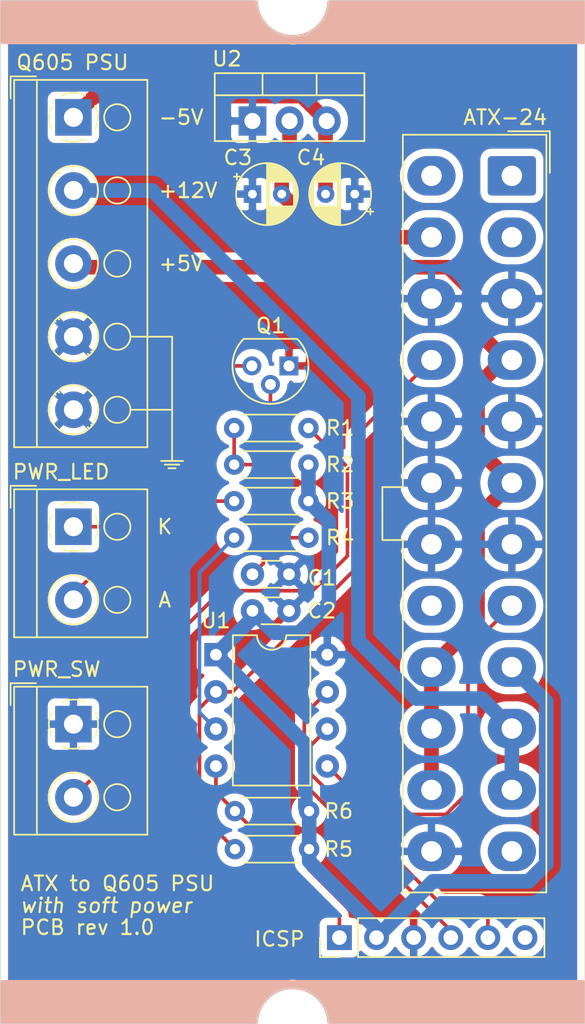
<source format=kicad_pcb>
(kicad_pcb (version 20171130) (host pcbnew "(5.1.6-0-10_14)")
  (layers (0 F.Cu signal) (31 B.Cu signal) (34 B.Paste user) (35 F.Paste user) (36 B.SilkS user) (37 F.SilkS user) (38 B.Mask user) (39 F.Mask user) (44 Edge.Cuts user))
  (net 0 "")
  (net 1 GND)
  (net 2 /PWR_SW)
  (net 3 +5VA)
  (net 4 -12V)
  (net 5 -5V)
  (net 6 "Net-(J1-Pad20)")
  (net 7 /~ATX_PWR_ON~)
  (net 8 +12V)
  (net 9 /ATX_PWR_OK)
  (net 10 +5V)
  (net 11 "Net-(J2-Pad2)")
  (net 12 /LED_A)
  (net 13 /LED_K)
  (net 14 "Net-(J5-Pad6)")
  (net 15 /ICSP_CLK)
  (net 16 /ICSP_DAT)
  (net 17 /~MCLR~)
  (net 18 "Net-(Q1-Pad2)")
  (net 19 /PWR_LED)
  (net 20 "Net-(J1-Pad1)")
  (module Package_TO_SOT_THT:TO-92 (layer F.Cu) (at 139.75 105 180)
    (fp_text reference Q1 (at 1.25 2.75) (layer F.SilkS))
    (fp_text value Q_NPN_EBC)
    (fp_arc (start 1.27 0) (end 1.27 -2.6) (angle 135) (layer F.SilkS) (width 0.12))
    (fp_arc (start 1.27 0) (end 1.27 -2.6) (angle -135) (layer F.SilkS) (width 0.12))
    (fp_line (start -0.53 1.85) (end 3.07 1.85) (layer F.SilkS) (width 0.12))
    (pad 1 thru_hole rect (at 0 0 270) (size 1.3 1.3) (drill 0.75) (layers *.Cu *.Mask) (net 1 GND))
    (pad 3 thru_hole circle (at 2.54 0 270) (size 1.3 1.3) (drill 0.75) (layers *.Cu *.Mask) (net 13 /LED_K))
    (pad 2 thru_hole circle (at 1.27 -1.27 270) (size 1.3 1.3) (drill 0.75) (layers *.Cu *.Mask) (net 18 "Net-(Q1-Pad2)"))
  )
  (module Resistor_THT:R_Axial_DIN0204_L3.6mm_D1.6mm_P5.08mm_Horizontal (layer F.Cu) (at 136 116.75)
    (fp_text reference R4 (at 7.25 0) (layer F.SilkS))
    (fp_text value 10k)
    (fp_line (start 0.62 -0.92) (end 4.46 -0.92) (layer F.SilkS) (width 0.12))
    (fp_line (start 0.62 0.92) (end 4.46 0.92) (layer F.SilkS) (width 0.12))
    (pad 2 thru_hole oval (at 5.08 0) (size 1.4 1.4) (drill 0.7) (layers *.Cu *.Mask) (net 18 "Net-(Q1-Pad2)"))
    (pad 1 thru_hole circle (at 0 0) (size 1.4 1.4) (drill 0.7) (layers *.Cu *.Mask) (net 19 /PWR_LED))
  )
  (module Resistor_THT:R_Axial_DIN0204_L3.6mm_D1.6mm_P5.08mm_Horizontal (layer F.Cu) (at 136 114.25)
    (fp_text reference R3 (at 7.25 0) (layer F.SilkS))
    (fp_text value 0)
    (fp_line (start 0.62 -0.92) (end 4.46 -0.92) (layer F.SilkS) (width 0.12))
    (fp_line (start 0.62 0.92) (end 4.46 0.92) (layer F.SilkS) (width 0.12))
    (pad 2 thru_hole oval (at 5.08 0) (size 1.4 1.4) (drill 0.7) (layers *.Cu *.Mask) (net 3 +5VA))
    (pad 1 thru_hole circle (at 0 0) (size 1.4 1.4) (drill 0.7) (layers *.Cu *.Mask) (net 12 /LED_A))
  )
  (module Resistor_THT:R_Axial_DIN0204_L3.6mm_D1.6mm_P5.08mm_Horizontal (layer F.Cu) (at 136 111.75)
    (fp_text reference R2 (at 7.25 0) (layer F.SilkS))
    (fp_text value 10k)
    (fp_line (start 0.62 -0.92) (end 4.46 -0.92) (layer F.SilkS) (width 0.12))
    (fp_line (start 0.62 0.92) (end 4.46 0.92) (layer F.SilkS) (width 0.12))
    (pad 2 thru_hole oval (at 5.08 0) (size 1.4 1.4) (drill 0.7) (layers *.Cu *.Mask) (net 3 +5VA))
    (pad 1 thru_hole circle (at 0 0) (size 1.4 1.4) (drill 0.7) (layers *.Cu *.Mask) (net 2 /PWR_SW))
  )
  (module Resistor_THT:R_Axial_DIN0204_L3.6mm_D1.6mm_P5.08mm_Horizontal (layer F.Cu) (at 136 109.25)
    (fp_text reference R1 (at 7.25 0) (layer F.SilkS))
    (fp_text value 1k)
    (fp_line (start 0.62 -0.92) (end 4.46 -0.92) (layer F.SilkS) (width 0.12))
    (fp_line (start 0.62 0.92) (end 4.46 0.92) (layer F.SilkS) (width 0.12))
    (pad 2 thru_hole oval (at 5.08 0) (size 1.4 1.4) (drill 0.7) (layers *.Cu *.Mask) (net 11 "Net-(J2-Pad2)"))
    (pad 1 thru_hole circle (at 0 0) (size 1.4 1.4) (drill 0.7) (layers *.Cu *.Mask) (net 2 /PWR_SW))
  )
  (module TerminalBlock_RND:TerminalBlock_RND_205-00004_1x05_P5.00mm_Horizontal (layer F.Cu) (at 125 88 270)
    (fp_text reference J4 hide)
    (fp_text value Screw_Terminal_01x05)
    (fp_circle (center 0 -3) (end 0.9 -3) (layer F.SilkS) (width 0.12))
    (fp_circle (center 5 0) (end 6.68 0) (layer F.SilkS) (width 0.12))
    (fp_circle (center 5 -3) (end 5.9 -3) (layer F.SilkS) (width 0.12))
    (fp_circle (center 10 0) (end 11.68 0) (layer F.SilkS) (width 0.12))
    (fp_circle (center 10 -3) (end 10.9 -3) (layer F.SilkS) (width 0.12))
    (fp_circle (center 15 0) (end 16.68 0) (layer F.SilkS) (width 0.12))
    (fp_circle (center 15 -3) (end 15.9 -3) (layer F.SilkS) (width 0.12))
    (fp_circle (center 20 0) (end 21.68 0) (layer F.SilkS) (width 0.12))
    (fp_circle (center 20 -3) (end 20.9 -3) (layer F.SilkS) (width 0.12))
    (fp_line (start -2.56 2.5) (end 22.56 2.5) (layer F.SilkS) (width 0.12))
    (fp_line (start -2.56 -5.06) (end 22.56 -5.06) (layer F.SilkS) (width 0.12))
    (fp_line (start -2.56 4.06) (end 22.56 4.06) (layer F.SilkS) (width 0.12))
    (fp_line (start -2.56 -5.06) (end -2.56 4.06) (layer F.SilkS) (width 0.12))
    (fp_line (start 22.56 -5.06) (end 22.56 4.06) (layer F.SilkS) (width 0.12))
    (fp_line (start 6.275 -1.069) (end 6.181 -0.976) (layer F.SilkS) (width 0.12))
    (fp_line (start 3.99 1.216) (end 3.931 1.274) (layer F.SilkS) (width 0.12))
    (fp_line (start 6.07 -1.275) (end 6.011 -1.216) (layer F.SilkS) (width 0.12))
    (fp_line (start 3.82 0.976) (end 3.726 1.069) (layer F.SilkS) (width 0.12))
    (fp_line (start 11.275 -1.069) (end 11.181 -0.976) (layer F.SilkS) (width 0.12))
    (fp_line (start 8.99 1.216) (end 8.931 1.274) (layer F.SilkS) (width 0.12))
    (fp_line (start 11.07 -1.275) (end 11.011 -1.216) (layer F.SilkS) (width 0.12))
    (fp_line (start 8.82 0.976) (end 8.726 1.069) (layer F.SilkS) (width 0.12))
    (fp_line (start 16.275 -1.069) (end 16.181 -0.976) (layer F.SilkS) (width 0.12))
    (fp_line (start 13.99 1.216) (end 13.931 1.274) (layer F.SilkS) (width 0.12))
    (fp_line (start 16.07 -1.275) (end 16.011 -1.216) (layer F.SilkS) (width 0.12))
    (fp_line (start 13.82 0.976) (end 13.726 1.069) (layer F.SilkS) (width 0.12))
    (fp_line (start 21.275 -1.069) (end 21.181 -0.976) (layer F.SilkS) (width 0.12))
    (fp_line (start 18.99 1.216) (end 18.931 1.274) (layer F.SilkS) (width 0.12))
    (fp_line (start 21.07 -1.275) (end 21.011 -1.216) (layer F.SilkS) (width 0.12))
    (fp_line (start 18.82 0.976) (end 18.726 1.069) (layer F.SilkS) (width 0.12))
    (fp_line (start -2.8 2.56) (end -2.8 4.3) (layer F.SilkS) (width 0.12))
    (fp_line (start -2.8 4.3) (end -1.3 4.3) (layer F.SilkS) (width 0.12))
    (fp_arc (start 0 0) (end -0.789 1.484) (angle -29) (layer F.SilkS) (width 0.12))
    (fp_arc (start 0 0) (end -1.484 -0.789) (angle -56) (layer F.SilkS) (width 0.12))
    (fp_arc (start 0 0) (end 0.789 -1.484) (angle -56) (layer F.SilkS) (width 0.12))
    (fp_arc (start 0 0) (end 1.484 0.789) (angle -56) (layer F.SilkS) (width 0.12))
    (fp_arc (start 0 0) (end 0 1.68) (angle -28) (layer F.SilkS) (width 0.12))
    (pad 5 thru_hole circle (at 20 0 270) (size 2.5 2.5) (drill 1.3) (layers *.Cu *.Mask) (net 1 GND))
    (pad 4 thru_hole circle (at 15 0 270) (size 2.5 2.5) (drill 1.3) (layers *.Cu *.Mask) (net 1 GND))
    (pad 3 thru_hole circle (at 10 0 270) (size 2.5 2.5) (drill 1.3) (layers *.Cu *.Mask) (net 10 +5V))
    (pad 2 thru_hole circle (at 5 0 270) (size 2.5 2.5) (drill 1.3) (layers *.Cu *.Mask) (net 8 +12V))
    (pad 1 thru_hole rect (at 0 0 270) (size 2.5 2.5) (drill 1.3) (layers *.Cu *.Mask) (net 5 -5V))
  )
  (module TerminalBlock_RND:TerminalBlock_RND_205-00001_1x02_P5.00mm_Horizontal (layer F.Cu) (at 125 129.5 270)
    (fp_text reference J2 hide)
    (fp_text value Screw_Terminal_01x02)
    (fp_circle (center 0 -3) (end 0.9 -3) (layer F.SilkS) (width 0.12))
    (fp_circle (center 5 0) (end 6.68 0) (layer F.SilkS) (width 0.12))
    (fp_circle (center 5 -3) (end 5.9 -3) (layer F.SilkS) (width 0.12))
    (fp_line (start -2.56 2.5) (end 7.56 2.5) (layer F.SilkS) (width 0.12))
    (fp_line (start -2.56 -5.06) (end 7.56 -5.06) (layer F.SilkS) (width 0.12))
    (fp_line (start -2.56 4.06) (end 7.56 4.06) (layer F.SilkS) (width 0.12))
    (fp_line (start -2.56 -5.06) (end -2.56 4.06) (layer F.SilkS) (width 0.12))
    (fp_line (start 7.56 -5.06) (end 7.56 4.06) (layer F.SilkS) (width 0.12))
    (fp_line (start 6.275 -1.069) (end 6.181 -0.976) (layer F.SilkS) (width 0.12))
    (fp_line (start 3.99 1.216) (end 3.931 1.274) (layer F.SilkS) (width 0.12))
    (fp_line (start 6.07 -1.275) (end 6.011 -1.216) (layer F.SilkS) (width 0.12))
    (fp_line (start 3.82 0.976) (end 3.726 1.069) (layer F.SilkS) (width 0.12))
    (fp_line (start -2.8 2.56) (end -2.8 4.3) (layer F.SilkS) (width 0.12))
    (fp_line (start -2.8 4.3) (end -1.3 4.3) (layer F.SilkS) (width 0.12))
    (fp_arc (start 0 0) (end -0.789 1.484) (angle -29) (layer F.SilkS) (width 0.12))
    (fp_arc (start 0 0) (end -1.484 -0.789) (angle -56) (layer F.SilkS) (width 0.12))
    (fp_arc (start 0 0) (end 0.789 -1.484) (angle -56) (layer F.SilkS) (width 0.12))
    (fp_arc (start 0 0) (end 1.484 0.789) (angle -56) (layer F.SilkS) (width 0.12))
    (fp_arc (start 0 0) (end 0 1.68) (angle -28) (layer F.SilkS) (width 0.12))
    (pad 2 thru_hole circle (at 5 0 270) (size 2.5 2.5) (drill 1.3) (layers *.Cu *.Mask) (net 11 "Net-(J2-Pad2)"))
    (pad 1 thru_hole rect (at 0 0 270) (size 2.5 2.5) (drill 1.3) (layers *.Cu *.Mask) (net 1 GND))
  )
  (module TerminalBlock_RND:TerminalBlock_RND_205-00001_1x02_P5.00mm_Horizontal (layer F.Cu) (at 125 116 270)
    (fp_text reference J3 hide)
    (fp_text value Screw_Terminal_01x02)
    (fp_circle (center 0 -3) (end 0.9 -3) (layer F.SilkS) (width 0.12))
    (fp_circle (center 5 0) (end 6.68 0) (layer F.SilkS) (width 0.12))
    (fp_circle (center 5 -3) (end 5.9 -3) (layer F.SilkS) (width 0.12))
    (fp_line (start -2.56 2.5) (end 7.56 2.5) (layer F.SilkS) (width 0.12))
    (fp_line (start -2.56 -5.06) (end 7.56 -5.06) (layer F.SilkS) (width 0.12))
    (fp_line (start -2.56 4.06) (end 7.56 4.06) (layer F.SilkS) (width 0.12))
    (fp_line (start -2.56 -5.06) (end -2.56 4.06) (layer F.SilkS) (width 0.12))
    (fp_line (start 7.56 -5.06) (end 7.56 4.06) (layer F.SilkS) (width 0.12))
    (fp_line (start 6.275 -1.069) (end 6.181 -0.976) (layer F.SilkS) (width 0.12))
    (fp_line (start 3.99 1.216) (end 3.931 1.274) (layer F.SilkS) (width 0.12))
    (fp_line (start 6.07 -1.275) (end 6.011 -1.216) (layer F.SilkS) (width 0.12))
    (fp_line (start 3.82 0.976) (end 3.726 1.069) (layer F.SilkS) (width 0.12))
    (fp_line (start -2.8 2.56) (end -2.8 4.3) (layer F.SilkS) (width 0.12))
    (fp_line (start -2.8 4.3) (end -1.3 4.3) (layer F.SilkS) (width 0.12))
    (fp_arc (start 0 0) (end -0.789 1.484) (angle -29) (layer F.SilkS) (width 0.12))
    (fp_arc (start 0 0) (end -1.484 -0.789) (angle -56) (layer F.SilkS) (width 0.12))
    (fp_arc (start 0 0) (end 0.789 -1.484) (angle -56) (layer F.SilkS) (width 0.12))
    (fp_arc (start 0 0) (end 1.484 0.789) (angle -56) (layer F.SilkS) (width 0.12))
    (fp_arc (start 0 0) (end 0 1.68) (angle -28) (layer F.SilkS) (width 0.12))
    (pad 2 thru_hole circle (at 5 0 270) (size 2.5 2.5) (drill 1.3) (layers *.Cu *.Mask) (net 12 /LED_A))
    (pad 1 thru_hole rect (at 0 0 270) (size 2.5 2.5) (drill 1.3) (layers *.Cu *.Mask) (net 13 /LED_K))
  )
  (module Connector_Molex:Molex_Mini-Fit_Jr_5566-24A_2x12_P4.20mm_Vertical (layer F.Cu) (at 155 92 270)
    (fp_text reference J1 hide)
    (fp_text value ATX-24)
    (fp_line (start 23.1 -2.36) (end -2.81 -2.36) (layer F.SilkS) (width 0.12))
    (fp_line (start -2.81 -2.36) (end -2.81 7.46) (layer F.SilkS) (width 0.12))
    (fp_line (start -2.81 7.46) (end 21.29 7.46) (layer F.SilkS) (width 0.12))
    (fp_line (start 21.29 7.46) (end 21.29 8.86) (layer F.SilkS) (width 0.12))
    (fp_line (start 21.29 8.86) (end 23.1 8.86) (layer F.SilkS) (width 0.12))
    (fp_line (start 23.1 -2.36) (end 49.01 -2.36) (layer F.SilkS) (width 0.12))
    (fp_line (start 49.01 -2.36) (end 49.01 7.46) (layer F.SilkS) (width 0.12))
    (fp_line (start 49.01 7.46) (end 24.91 7.46) (layer F.SilkS) (width 0.12))
    (fp_line (start 24.91 7.46) (end 24.91 8.86) (layer F.SilkS) (width 0.12))
    (fp_line (start 24.91 8.86) (end 23.1 8.86) (layer F.SilkS) (width 0.12))
    (fp_line (start -0.2 -2.6) (end -3.05 -2.6) (layer F.SilkS) (width 0.12))
    (fp_line (start -3.05 -2.6) (end -3.05 0.25) (layer F.SilkS) (width 0.12))
    (pad 24 thru_hole oval (at 46.2 5.5 270) (size 2.7 3.3) (drill 1.4) (layers *.Cu *.Mask) (net 1 GND))
    (pad 23 thru_hole oval (at 42 5.5 270) (size 2.7 3.3) (drill 1.4) (layers *.Cu *.Mask) (net 10 +5V))
    (pad 22 thru_hole oval (at 37.8 5.5 270) (size 2.7 3.3) (drill 1.4) (layers *.Cu *.Mask) (net 10 +5V))
    (pad 21 thru_hole oval (at 33.6 5.5 270) (size 2.7 3.3) (drill 1.4) (layers *.Cu *.Mask) (net 10 +5V))
    (pad 20 thru_hole oval (at 29.4 5.5 270) (size 2.7 3.3) (drill 1.4) (layers *.Cu *.Mask) (net 6 "Net-(J1-Pad20)"))
    (pad 19 thru_hole oval (at 25.2 5.5 270) (size 2.7 3.3) (drill 1.4) (layers *.Cu *.Mask) (net 1 GND))
    (pad 18 thru_hole oval (at 21 5.5 270) (size 2.7 3.3) (drill 1.4) (layers *.Cu *.Mask) (net 1 GND))
    (pad 17 thru_hole oval (at 16.8 5.5 270) (size 2.7 3.3) (drill 1.4) (layers *.Cu *.Mask) (net 1 GND))
    (pad 16 thru_hole oval (at 12.6 5.5 270) (size 2.7 3.3) (drill 1.4) (layers *.Cu *.Mask) (net 7 /~ATX_PWR_ON~))
    (pad 15 thru_hole oval (at 8.4 5.5 270) (size 2.7 3.3) (drill 1.4) (layers *.Cu *.Mask) (net 1 GND))
    (pad 14 thru_hole oval (at 4.2 5.5 270) (size 2.7 3.3) (drill 1.4) (layers *.Cu *.Mask) (net 4 -12V))
    (pad 13 thru_hole oval (at 0 5.5 270) (size 2.7 3.3) (drill 1.4) (layers *.Cu *.Mask) (net 20 "Net-(J1-Pad1)"))
    (pad 12 thru_hole oval (at 46.2 0 270) (size 2.7 3.3) (drill 1.4) (layers *.Cu *.Mask) (net 20 "Net-(J1-Pad1)"))
    (pad 11 thru_hole oval (at 42 0 270) (size 2.7 3.3) (drill 1.4) (layers *.Cu *.Mask) (net 8 +12V))
    (pad 10 thru_hole oval (at 37.8 0 270) (size 2.7 3.3) (drill 1.4) (layers *.Cu *.Mask) (net 8 +12V))
    (pad 9 thru_hole oval (at 33.6 0 270) (size 2.7 3.3) (drill 1.4) (layers *.Cu *.Mask) (net 3 +5VA))
    (pad 8 thru_hole oval (at 29.4 0 270) (size 2.7 3.3) (drill 1.4) (layers *.Cu *.Mask) (net 9 /ATX_PWR_OK))
    (pad 7 thru_hole oval (at 25.2 0 270) (size 2.7 3.3) (drill 1.4) (layers *.Cu *.Mask) (net 1 GND))
    (pad 6 thru_hole oval (at 21 0 270) (size 2.7 3.3) (drill 1.4) (layers *.Cu *.Mask) (net 10 +5V))
    (pad 5 thru_hole oval (at 16.8 0 270) (size 2.7 3.3) (drill 1.4) (layers *.Cu *.Mask) (net 1 GND))
    (pad 4 thru_hole oval (at 12.6 0 270) (size 2.7 3.3) (drill 1.4) (layers *.Cu *.Mask) (net 10 +5V))
    (pad 3 thru_hole oval (at 8.4 0 270) (size 2.7 3.3) (drill 1.4) (layers *.Cu *.Mask) (net 1 GND))
    (pad 2 thru_hole oval (at 4.2 0 270) (size 2.7 3.3) (drill 1.4) (layers *.Cu *.Mask) (net 20 "Net-(J1-Pad1)"))
    (pad 1 thru_hole roundrect (at 0 0 270) (size 2.7 3.3) (drill 1.4) (layers *.Cu *.Mask) (roundrect_rratio 0.09259299999999999) (net 20 "Net-(J1-Pad1)"))
  )
  (module Package_TO_SOT_THT:TO-220-3_Vertical (layer F.Cu) (at 137.25 88.25)
    (fp_text reference U2 (at -1.75 -4.25) (layer F.SilkS))
    (fp_text value MC79M05_TO220)
    (fp_line (start -2.58 -3.27) (end 7.66 -3.27) (layer F.SilkS) (width 0.12))
    (fp_line (start -2.58 1.371) (end 7.66 1.371) (layer F.SilkS) (width 0.12))
    (fp_line (start -2.58 -3.27) (end -2.58 1.371) (layer F.SilkS) (width 0.12))
    (fp_line (start 7.66 -3.27) (end 7.66 1.371) (layer F.SilkS) (width 0.12))
    (fp_line (start -2.58 -1.76) (end 7.66 -1.76) (layer F.SilkS) (width 0.12))
    (fp_line (start 0.69 -3.27) (end 0.69 -1.76) (layer F.SilkS) (width 0.12))
    (fp_line (start 4.391 -3.27) (end 4.391 -1.76) (layer F.SilkS) (width 0.12))
    (pad 3 thru_hole oval (at 5.08 0) (size 1.905 2) (drill 1.1) (layers *.Cu *.Mask) (net 5 -5V))
    (pad 2 thru_hole oval (at 2.54 0) (size 1.905 2) (drill 1.1) (layers *.Cu *.Mask) (net 4 -12V))
    (pad 1 thru_hole rect (at 0 0) (size 1.905 2) (drill 1.1) (layers *.Cu *.Mask) (net 1 GND))
  )
  (module Package_DIP:DIP-8_W7.62mm (layer F.Cu) (at 134.75 124.75)
    (fp_text reference U1 (at 0 -2.33) (layer F.SilkS))
    (fp_text value PIC16F18313)
    (fp_line (start 2.81 -1.33) (end 1.16 -1.33) (layer F.SilkS) (width 0.12))
    (fp_line (start 1.16 -1.33) (end 1.16 8.95) (layer F.SilkS) (width 0.12))
    (fp_line (start 1.16 8.95) (end 6.46 8.95) (layer F.SilkS) (width 0.12))
    (fp_line (start 6.46 8.95) (end 6.46 -1.33) (layer F.SilkS) (width 0.12))
    (fp_line (start 6.46 -1.33) (end 4.81 -1.33) (layer F.SilkS) (width 0.12))
    (fp_arc (start 3.81 -1.33) (end 2.81 -1.33) (angle -180) (layer F.SilkS) (width 0.12))
    (pad 8 thru_hole oval (at 7.62 0) (size 1.6 1.6) (drill 0.8) (layers *.Cu *.Mask) (net 1 GND))
    (pad 4 thru_hole oval (at 0 7.62) (size 1.6 1.6) (drill 0.8) (layers *.Cu *.Mask) (net 17 /~MCLR~))
    (pad 7 thru_hole oval (at 7.62 2.54) (size 1.6 1.6) (drill 0.8) (layers *.Cu *.Mask) (net 16 /ICSP_DAT))
    (pad 3 thru_hole oval (at 0 5.08) (size 1.6 1.6) (drill 0.8) (layers *.Cu *.Mask) (net 19 /PWR_LED))
    (pad 6 thru_hole oval (at 7.62 5.08) (size 1.6 1.6) (drill 0.8) (layers *.Cu *.Mask) (net 15 /ICSP_CLK))
    (pad 2 thru_hole oval (at 0 2.54) (size 1.6 1.6) (drill 0.8) (layers *.Cu *.Mask) (net 7 /~ATX_PWR_ON~))
    (pad 5 thru_hole oval (at 7.62 7.62) (size 1.6 1.6) (drill 0.8) (layers *.Cu *.Mask) (net 9 /ATX_PWR_OK))
    (pad 1 thru_hole rect (at 0 0) (size 1.6 1.6) (drill 0.8) (layers *.Cu *.Mask) (net 3 +5VA))
  )
  (module Resistor_THT:R_Axial_DIN0204_L3.6mm_D1.6mm_P5.08mm_Horizontal (layer F.Cu) (at 136.05 135.45)
    (fp_text reference R6 (at 7.1 0) (layer F.SilkS))
    (fp_text value 10k)
    (fp_line (start 0.62 -0.92) (end 4.46 -0.92) (layer F.SilkS) (width 0.12))
    (fp_line (start 0.62 0.92) (end 4.46 0.92) (layer F.SilkS) (width 0.12))
    (pad 2 thru_hole oval (at 5.08 0) (size 1.4 1.4) (drill 0.7) (layers *.Cu *.Mask) (net 3 +5VA))
    (pad 1 thru_hole circle (at 0 0) (size 1.4 1.4) (drill 0.7) (layers *.Cu *.Mask) (net 17 /~MCLR~))
  )
  (module Resistor_THT:R_Axial_DIN0204_L3.6mm_D1.6mm_P5.08mm_Horizontal (layer F.Cu) (at 136.05 138.05)
    (fp_text reference R5 (at 7.1 0) (layer F.SilkS))
    (fp_text value 10k)
    (fp_line (start 0.62 -0.92) (end 4.46 -0.92) (layer F.SilkS) (width 0.12))
    (fp_line (start 0.62 0.92) (end 4.46 0.92) (layer F.SilkS) (width 0.12))
    (pad 2 thru_hole oval (at 5.08 0) (size 1.4 1.4) (drill 0.7) (layers *.Cu *.Mask) (net 3 +5VA))
    (pad 1 thru_hole circle (at 0 0) (size 1.4 1.4) (drill 0.7) (layers *.Cu *.Mask) (net 7 /~ATX_PWR_ON~))
  )
  (module Connector_PinHeader_2.54mm:PinHeader_1x06_P2.54mm_Vertical (layer F.Cu) (at 143.2 144.1 90)
    (fp_text reference J5 hide)
    (fp_text value Conn_01x06)
    (fp_line (start -1.33 14.03) (end 1.33 14.03) (layer F.SilkS) (width 0.12))
    (fp_line (start -1.33 1.27) (end -1.33 14.03) (layer F.SilkS) (width 0.12))
    (fp_line (start 1.33 1.27) (end 1.33 14.03) (layer F.SilkS) (width 0.12))
    (fp_line (start -1.33 1.27) (end 1.33 1.27) (layer F.SilkS) (width 0.12))
    (fp_line (start -1.33 0) (end -1.33 -1.33) (layer F.SilkS) (width 0.12))
    (fp_line (start -1.33 -1.33) (end 0 -1.33) (layer F.SilkS) (width 0.12))
    (pad 6 thru_hole oval (at 0 12.7 90) (size 1.7 1.7) (drill 1) (layers *.Cu *.Mask) (net 14 "Net-(J5-Pad6)"))
    (pad 5 thru_hole oval (at 0 10.16 90) (size 1.7 1.7) (drill 1) (layers *.Cu *.Mask) (net 15 /ICSP_CLK))
    (pad 4 thru_hole oval (at 0 7.62 90) (size 1.7 1.7) (drill 1) (layers *.Cu *.Mask) (net 16 /ICSP_DAT))
    (pad 3 thru_hole oval (at 0 5.08 90) (size 1.7 1.7) (drill 1) (layers *.Cu *.Mask) (net 1 GND))
    (pad 2 thru_hole oval (at 0 2.54 90) (size 1.7 1.7) (drill 1) (layers *.Cu *.Mask) (net 3 +5VA))
    (pad 1 thru_hole rect (at 0 0 90) (size 1.7 1.7) (drill 1) (layers *.Cu *.Mask) (net 17 /~MCLR~))
  )
  (module Capacitor_THT:CP_Radial_D4.0mm_P2.00mm (layer F.Cu) (at 144.25 93.25 180)
    (fp_text reference C4 (at 3 2.5) (layer F.SilkS))
    (fp_text value 1u)
    (fp_circle (center 1 0) (end 3.12 0) (layer F.SilkS) (width 0.12))
    (fp_line (start 1 -2.08) (end 1 2.08) (layer F.SilkS) (width 0.12))
    (fp_line (start 1.04 -2.08) (end 1.04 2.08) (layer F.SilkS) (width 0.12))
    (fp_line (start 1.08 -2.079) (end 1.08 2.079) (layer F.SilkS) (width 0.12))
    (fp_line (start 1.12 -2.077) (end 1.12 2.077) (layer F.SilkS) (width 0.12))
    (fp_line (start 1.16 -2.074) (end 1.16 2.074) (layer F.SilkS) (width 0.12))
    (fp_line (start 1.2 -2.071) (end 1.2 -0.84) (layer F.SilkS) (width 0.12))
    (fp_line (start 1.2 0.84) (end 1.2 2.071) (layer F.SilkS) (width 0.12))
    (fp_line (start 1.24 -2.067) (end 1.24 -0.84) (layer F.SilkS) (width 0.12))
    (fp_line (start 1.24 0.84) (end 1.24 2.067) (layer F.SilkS) (width 0.12))
    (fp_line (start 1.28 -2.062) (end 1.28 -0.84) (layer F.SilkS) (width 0.12))
    (fp_line (start 1.28 0.84) (end 1.28 2.062) (layer F.SilkS) (width 0.12))
    (fp_line (start 1.32 -2.056) (end 1.32 -0.84) (layer F.SilkS) (width 0.12))
    (fp_line (start 1.32 0.84) (end 1.32 2.056) (layer F.SilkS) (width 0.12))
    (fp_line (start 1.36 -2.05) (end 1.36 -0.84) (layer F.SilkS) (width 0.12))
    (fp_line (start 1.36 0.84) (end 1.36 2.05) (layer F.SilkS) (width 0.12))
    (fp_line (start 1.4 -2.042) (end 1.4 -0.84) (layer F.SilkS) (width 0.12))
    (fp_line (start 1.4 0.84) (end 1.4 2.042) (layer F.SilkS) (width 0.12))
    (fp_line (start 1.44 -2.034) (end 1.44 -0.84) (layer F.SilkS) (width 0.12))
    (fp_line (start 1.44 0.84) (end 1.44 2.034) (layer F.SilkS) (width 0.12))
    (fp_line (start 1.48 -2.025) (end 1.48 -0.84) (layer F.SilkS) (width 0.12))
    (fp_line (start 1.48 0.84) (end 1.48 2.025) (layer F.SilkS) (width 0.12))
    (fp_line (start 1.52 -2.016) (end 1.52 -0.84) (layer F.SilkS) (width 0.12))
    (fp_line (start 1.52 0.84) (end 1.52 2.016) (layer F.SilkS) (width 0.12))
    (fp_line (start 1.56 -2.005) (end 1.56 -0.84) (layer F.SilkS) (width 0.12))
    (fp_line (start 1.56 0.84) (end 1.56 2.005) (layer F.SilkS) (width 0.12))
    (fp_line (start 1.6 -1.994) (end 1.6 -0.84) (layer F.SilkS) (width 0.12))
    (fp_line (start 1.6 0.84) (end 1.6 1.994) (layer F.SilkS) (width 0.12))
    (fp_line (start 1.64 -1.982) (end 1.64 -0.84) (layer F.SilkS) (width 0.12))
    (fp_line (start 1.64 0.84) (end 1.64 1.982) (layer F.SilkS) (width 0.12))
    (fp_line (start 1.68 -1.968) (end 1.68 -0.84) (layer F.SilkS) (width 0.12))
    (fp_line (start 1.68 0.84) (end 1.68 1.968) (layer F.SilkS) (width 0.12))
    (fp_line (start 1.721 -1.954) (end 1.721 -0.84) (layer F.SilkS) (width 0.12))
    (fp_line (start 1.721 0.84) (end 1.721 1.954) (layer F.SilkS) (width 0.12))
    (fp_line (start 1.761 -1.94) (end 1.761 -0.84) (layer F.SilkS) (width 0.12))
    (fp_line (start 1.761 0.84) (end 1.761 1.94) (layer F.SilkS) (width 0.12))
    (fp_line (start 1.801 -1.924) (end 1.801 -0.84) (layer F.SilkS) (width 0.12))
    (fp_line (start 1.801 0.84) (end 1.801 1.924) (layer F.SilkS) (width 0.12))
    (fp_line (start 1.841 -1.907) (end 1.841 -0.84) (layer F.SilkS) (width 0.12))
    (fp_line (start 1.841 0.84) (end 1.841 1.907) (layer F.SilkS) (width 0.12))
    (fp_line (start 1.881 -1.889) (end 1.881 -0.84) (layer F.SilkS) (width 0.12))
    (fp_line (start 1.881 0.84) (end 1.881 1.889) (layer F.SilkS) (width 0.12))
    (fp_line (start 1.921 -1.87) (end 1.921 -0.84) (layer F.SilkS) (width 0.12))
    (fp_line (start 1.921 0.84) (end 1.921 1.87) (layer F.SilkS) (width 0.12))
    (fp_line (start 1.961 -1.851) (end 1.961 -0.84) (layer F.SilkS) (width 0.12))
    (fp_line (start 1.961 0.84) (end 1.961 1.851) (layer F.SilkS) (width 0.12))
    (fp_line (start 2.001 -1.83) (end 2.001 -0.84) (layer F.SilkS) (width 0.12))
    (fp_line (start 2.001 0.84) (end 2.001 1.83) (layer F.SilkS) (width 0.12))
    (fp_line (start 2.041 -1.808) (end 2.041 -0.84) (layer F.SilkS) (width 0.12))
    (fp_line (start 2.041 0.84) (end 2.041 1.808) (layer F.SilkS) (width 0.12))
    (fp_line (start 2.081 -1.785) (end 2.081 -0.84) (layer F.SilkS) (width 0.12))
    (fp_line (start 2.081 0.84) (end 2.081 1.785) (layer F.SilkS) (width 0.12))
    (fp_line (start 2.121 -1.76) (end 2.121 -0.84) (layer F.SilkS) (width 0.12))
    (fp_line (start 2.121 0.84) (end 2.121 1.76) (layer F.SilkS) (width 0.12))
    (fp_line (start 2.161 -1.735) (end 2.161 -0.84) (layer F.SilkS) (width 0.12))
    (fp_line (start 2.161 0.84) (end 2.161 1.735) (layer F.SilkS) (width 0.12))
    (fp_line (start 2.201 -1.708) (end 2.201 -0.84) (layer F.SilkS) (width 0.12))
    (fp_line (start 2.201 0.84) (end 2.201 1.708) (layer F.SilkS) (width 0.12))
    (fp_line (start 2.241 -1.68) (end 2.241 -0.84) (layer F.SilkS) (width 0.12))
    (fp_line (start 2.241 0.84) (end 2.241 1.68) (layer F.SilkS) (width 0.12))
    (fp_line (start 2.281 -1.65) (end 2.281 -0.84) (layer F.SilkS) (width 0.12))
    (fp_line (start 2.281 0.84) (end 2.281 1.65) (layer F.SilkS) (width 0.12))
    (fp_line (start 2.321 -1.619) (end 2.321 -0.84) (layer F.SilkS) (width 0.12))
    (fp_line (start 2.321 0.84) (end 2.321 1.619) (layer F.SilkS) (width 0.12))
    (fp_line (start 2.361 -1.587) (end 2.361 -0.84) (layer F.SilkS) (width 0.12))
    (fp_line (start 2.361 0.84) (end 2.361 1.587) (layer F.SilkS) (width 0.12))
    (fp_line (start 2.401 -1.552) (end 2.401 -0.84) (layer F.SilkS) (width 0.12))
    (fp_line (start 2.401 0.84) (end 2.401 1.552) (layer F.SilkS) (width 0.12))
    (fp_line (start 2.441 -1.516) (end 2.441 -0.84) (layer F.SilkS) (width 0.12))
    (fp_line (start 2.441 0.84) (end 2.441 1.516) (layer F.SilkS) (width 0.12))
    (fp_line (start 2.481 -1.478) (end 2.481 -0.84) (layer F.SilkS) (width 0.12))
    (fp_line (start 2.481 0.84) (end 2.481 1.478) (layer F.SilkS) (width 0.12))
    (fp_line (start 2.521 -1.438) (end 2.521 -0.84) (layer F.SilkS) (width 0.12))
    (fp_line (start 2.521 0.84) (end 2.521 1.438) (layer F.SilkS) (width 0.12))
    (fp_line (start 2.561 -1.396) (end 2.561 -0.84) (layer F.SilkS) (width 0.12))
    (fp_line (start 2.561 0.84) (end 2.561 1.396) (layer F.SilkS) (width 0.12))
    (fp_line (start 2.601 -1.351) (end 2.601 -0.84) (layer F.SilkS) (width 0.12))
    (fp_line (start 2.601 0.84) (end 2.601 1.351) (layer F.SilkS) (width 0.12))
    (fp_line (start 2.641 -1.304) (end 2.641 -0.84) (layer F.SilkS) (width 0.12))
    (fp_line (start 2.641 0.84) (end 2.641 1.304) (layer F.SilkS) (width 0.12))
    (fp_line (start 2.681 -1.254) (end 2.681 -0.84) (layer F.SilkS) (width 0.12))
    (fp_line (start 2.681 0.84) (end 2.681 1.254) (layer F.SilkS) (width 0.12))
    (fp_line (start 2.721 -1.2) (end 2.721 -0.84) (layer F.SilkS) (width 0.12))
    (fp_line (start 2.721 0.84) (end 2.721 1.2) (layer F.SilkS) (width 0.12))
    (fp_line (start 2.761 -1.142) (end 2.761 -0.84) (layer F.SilkS) (width 0.12))
    (fp_line (start 2.761 0.84) (end 2.761 1.142) (layer F.SilkS) (width 0.12))
    (fp_line (start 2.801 -1.08) (end 2.801 -0.84) (layer F.SilkS) (width 0.12))
    (fp_line (start 2.801 0.84) (end 2.801 1.08) (layer F.SilkS) (width 0.12))
    (fp_line (start 2.841 -1.013) (end 2.841 1.013) (layer F.SilkS) (width 0.12))
    (fp_line (start 2.881 -0.94) (end 2.881 0.94) (layer F.SilkS) (width 0.12))
    (fp_line (start 2.921 -0.859) (end 2.921 0.859) (layer F.SilkS) (width 0.12))
    (fp_line (start 2.961 -0.768) (end 2.961 0.768) (layer F.SilkS) (width 0.12))
    (fp_line (start 3.001 -0.664) (end 3.001 0.664) (layer F.SilkS) (width 0.12))
    (fp_line (start 3.041 -0.537) (end 3.041 0.537) (layer F.SilkS) (width 0.12))
    (fp_line (start 3.081 -0.37) (end 3.081 0.37) (layer F.SilkS) (width 0.12))
    (fp_line (start -1.269801 -1.195) (end -0.869801 -1.195) (layer F.SilkS) (width 0.12))
    (fp_line (start -1.069801 -1.395) (end -1.069801 -0.995) (layer F.SilkS) (width 0.12))
    (pad 2 thru_hole circle (at 2 0 180) (size 1.2 1.2) (drill 0.6) (layers *.Cu *.Mask) (net 5 -5V))
    (pad 1 thru_hole rect (at 0 0 180) (size 1.2 1.2) (drill 0.6) (layers *.Cu *.Mask) (net 1 GND))
  )
  (module Capacitor_THT:CP_Radial_D4.0mm_P2.00mm (layer F.Cu) (at 137.25 93.25)
    (fp_text reference C3 (at -1 -2.5 180) (layer F.SilkS))
    (fp_text value 330n)
    (fp_circle (center 1 0) (end 3.12 0) (layer F.SilkS) (width 0.12))
    (fp_line (start 1 -2.08) (end 1 2.08) (layer F.SilkS) (width 0.12))
    (fp_line (start 1.04 -2.08) (end 1.04 2.08) (layer F.SilkS) (width 0.12))
    (fp_line (start 1.08 -2.079) (end 1.08 2.079) (layer F.SilkS) (width 0.12))
    (fp_line (start 1.12 -2.077) (end 1.12 2.077) (layer F.SilkS) (width 0.12))
    (fp_line (start 1.16 -2.074) (end 1.16 2.074) (layer F.SilkS) (width 0.12))
    (fp_line (start 1.2 -2.071) (end 1.2 -0.84) (layer F.SilkS) (width 0.12))
    (fp_line (start 1.2 0.84) (end 1.2 2.071) (layer F.SilkS) (width 0.12))
    (fp_line (start 1.24 -2.067) (end 1.24 -0.84) (layer F.SilkS) (width 0.12))
    (fp_line (start 1.24 0.84) (end 1.24 2.067) (layer F.SilkS) (width 0.12))
    (fp_line (start 1.28 -2.062) (end 1.28 -0.84) (layer F.SilkS) (width 0.12))
    (fp_line (start 1.28 0.84) (end 1.28 2.062) (layer F.SilkS) (width 0.12))
    (fp_line (start 1.32 -2.056) (end 1.32 -0.84) (layer F.SilkS) (width 0.12))
    (fp_line (start 1.32 0.84) (end 1.32 2.056) (layer F.SilkS) (width 0.12))
    (fp_line (start 1.36 -2.05) (end 1.36 -0.84) (layer F.SilkS) (width 0.12))
    (fp_line (start 1.36 0.84) (end 1.36 2.05) (layer F.SilkS) (width 0.12))
    (fp_line (start 1.4 -2.042) (end 1.4 -0.84) (layer F.SilkS) (width 0.12))
    (fp_line (start 1.4 0.84) (end 1.4 2.042) (layer F.SilkS) (width 0.12))
    (fp_line (start 1.44 -2.034) (end 1.44 -0.84) (layer F.SilkS) (width 0.12))
    (fp_line (start 1.44 0.84) (end 1.44 2.034) (layer F.SilkS) (width 0.12))
    (fp_line (start 1.48 -2.025) (end 1.48 -0.84) (layer F.SilkS) (width 0.12))
    (fp_line (start 1.48 0.84) (end 1.48 2.025) (layer F.SilkS) (width 0.12))
    (fp_line (start 1.52 -2.016) (end 1.52 -0.84) (layer F.SilkS) (width 0.12))
    (fp_line (start 1.52 0.84) (end 1.52 2.016) (layer F.SilkS) (width 0.12))
    (fp_line (start 1.56 -2.005) (end 1.56 -0.84) (layer F.SilkS) (width 0.12))
    (fp_line (start 1.56 0.84) (end 1.56 2.005) (layer F.SilkS) (width 0.12))
    (fp_line (start 1.6 -1.994) (end 1.6 -0.84) (layer F.SilkS) (width 0.12))
    (fp_line (start 1.6 0.84) (end 1.6 1.994) (layer F.SilkS) (width 0.12))
    (fp_line (start 1.64 -1.982) (end 1.64 -0.84) (layer F.SilkS) (width 0.12))
    (fp_line (start 1.64 0.84) (end 1.64 1.982) (layer F.SilkS) (width 0.12))
    (fp_line (start 1.68 -1.968) (end 1.68 -0.84) (layer F.SilkS) (width 0.12))
    (fp_line (start 1.68 0.84) (end 1.68 1.968) (layer F.SilkS) (width 0.12))
    (fp_line (start 1.721 -1.954) (end 1.721 -0.84) (layer F.SilkS) (width 0.12))
    (fp_line (start 1.721 0.84) (end 1.721 1.954) (layer F.SilkS) (width 0.12))
    (fp_line (start 1.761 -1.94) (end 1.761 -0.84) (layer F.SilkS) (width 0.12))
    (fp_line (start 1.761 0.84) (end 1.761 1.94) (layer F.SilkS) (width 0.12))
    (fp_line (start 1.801 -1.924) (end 1.801 -0.84) (layer F.SilkS) (width 0.12))
    (fp_line (start 1.801 0.84) (end 1.801 1.924) (layer F.SilkS) (width 0.12))
    (fp_line (start 1.841 -1.907) (end 1.841 -0.84) (layer F.SilkS) (width 0.12))
    (fp_line (start 1.841 0.84) (end 1.841 1.907) (layer F.SilkS) (width 0.12))
    (fp_line (start 1.881 -1.889) (end 1.881 -0.84) (layer F.SilkS) (width 0.12))
    (fp_line (start 1.881 0.84) (end 1.881 1.889) (layer F.SilkS) (width 0.12))
    (fp_line (start 1.921 -1.87) (end 1.921 -0.84) (layer F.SilkS) (width 0.12))
    (fp_line (start 1.921 0.84) (end 1.921 1.87) (layer F.SilkS) (width 0.12))
    (fp_line (start 1.961 -1.851) (end 1.961 -0.84) (layer F.SilkS) (width 0.12))
    (fp_line (start 1.961 0.84) (end 1.961 1.851) (layer F.SilkS) (width 0.12))
    (fp_line (start 2.001 -1.83) (end 2.001 -0.84) (layer F.SilkS) (width 0.12))
    (fp_line (start 2.001 0.84) (end 2.001 1.83) (layer F.SilkS) (width 0.12))
    (fp_line (start 2.041 -1.808) (end 2.041 -0.84) (layer F.SilkS) (width 0.12))
    (fp_line (start 2.041 0.84) (end 2.041 1.808) (layer F.SilkS) (width 0.12))
    (fp_line (start 2.081 -1.785) (end 2.081 -0.84) (layer F.SilkS) (width 0.12))
    (fp_line (start 2.081 0.84) (end 2.081 1.785) (layer F.SilkS) (width 0.12))
    (fp_line (start 2.121 -1.76) (end 2.121 -0.84) (layer F.SilkS) (width 0.12))
    (fp_line (start 2.121 0.84) (end 2.121 1.76) (layer F.SilkS) (width 0.12))
    (fp_line (start 2.161 -1.735) (end 2.161 -0.84) (layer F.SilkS) (width 0.12))
    (fp_line (start 2.161 0.84) (end 2.161 1.735) (layer F.SilkS) (width 0.12))
    (fp_line (start 2.201 -1.708) (end 2.201 -0.84) (layer F.SilkS) (width 0.12))
    (fp_line (start 2.201 0.84) (end 2.201 1.708) (layer F.SilkS) (width 0.12))
    (fp_line (start 2.241 -1.68) (end 2.241 -0.84) (layer F.SilkS) (width 0.12))
    (fp_line (start 2.241 0.84) (end 2.241 1.68) (layer F.SilkS) (width 0.12))
    (fp_line (start 2.281 -1.65) (end 2.281 -0.84) (layer F.SilkS) (width 0.12))
    (fp_line (start 2.281 0.84) (end 2.281 1.65) (layer F.SilkS) (width 0.12))
    (fp_line (start 2.321 -1.619) (end 2.321 -0.84) (layer F.SilkS) (width 0.12))
    (fp_line (start 2.321 0.84) (end 2.321 1.619) (layer F.SilkS) (width 0.12))
    (fp_line (start 2.361 -1.587) (end 2.361 -0.84) (layer F.SilkS) (width 0.12))
    (fp_line (start 2.361 0.84) (end 2.361 1.587) (layer F.SilkS) (width 0.12))
    (fp_line (start 2.401 -1.552) (end 2.401 -0.84) (layer F.SilkS) (width 0.12))
    (fp_line (start 2.401 0.84) (end 2.401 1.552) (layer F.SilkS) (width 0.12))
    (fp_line (start 2.441 -1.516) (end 2.441 -0.84) (layer F.SilkS) (width 0.12))
    (fp_line (start 2.441 0.84) (end 2.441 1.516) (layer F.SilkS) (width 0.12))
    (fp_line (start 2.481 -1.478) (end 2.481 -0.84) (layer F.SilkS) (width 0.12))
    (fp_line (start 2.481 0.84) (end 2.481 1.478) (layer F.SilkS) (width 0.12))
    (fp_line (start 2.521 -1.438) (end 2.521 -0.84) (layer F.SilkS) (width 0.12))
    (fp_line (start 2.521 0.84) (end 2.521 1.438) (layer F.SilkS) (width 0.12))
    (fp_line (start 2.561 -1.396) (end 2.561 -0.84) (layer F.SilkS) (width 0.12))
    (fp_line (start 2.561 0.84) (end 2.561 1.396) (layer F.SilkS) (width 0.12))
    (fp_line (start 2.601 -1.351) (end 2.601 -0.84) (layer F.SilkS) (width 0.12))
    (fp_line (start 2.601 0.84) (end 2.601 1.351) (layer F.SilkS) (width 0.12))
    (fp_line (start 2.641 -1.304) (end 2.641 -0.84) (layer F.SilkS) (width 0.12))
    (fp_line (start 2.641 0.84) (end 2.641 1.304) (layer F.SilkS) (width 0.12))
    (fp_line (start 2.681 -1.254) (end 2.681 -0.84) (layer F.SilkS) (width 0.12))
    (fp_line (start 2.681 0.84) (end 2.681 1.254) (layer F.SilkS) (width 0.12))
    (fp_line (start 2.721 -1.2) (end 2.721 -0.84) (layer F.SilkS) (width 0.12))
    (fp_line (start 2.721 0.84) (end 2.721 1.2) (layer F.SilkS) (width 0.12))
    (fp_line (start 2.761 -1.142) (end 2.761 -0.84) (layer F.SilkS) (width 0.12))
    (fp_line (start 2.761 0.84) (end 2.761 1.142) (layer F.SilkS) (width 0.12))
    (fp_line (start 2.801 -1.08) (end 2.801 -0.84) (layer F.SilkS) (width 0.12))
    (fp_line (start 2.801 0.84) (end 2.801 1.08) (layer F.SilkS) (width 0.12))
    (fp_line (start 2.841 -1.013) (end 2.841 1.013) (layer F.SilkS) (width 0.12))
    (fp_line (start 2.881 -0.94) (end 2.881 0.94) (layer F.SilkS) (width 0.12))
    (fp_line (start 2.921 -0.859) (end 2.921 0.859) (layer F.SilkS) (width 0.12))
    (fp_line (start 2.961 -0.768) (end 2.961 0.768) (layer F.SilkS) (width 0.12))
    (fp_line (start 3.001 -0.664) (end 3.001 0.664) (layer F.SilkS) (width 0.12))
    (fp_line (start 3.041 -0.537) (end 3.041 0.537) (layer F.SilkS) (width 0.12))
    (fp_line (start 3.081 -0.37) (end 3.081 0.37) (layer F.SilkS) (width 0.12))
    (fp_line (start -1.269801 -1.195) (end -0.869801 -1.195) (layer F.SilkS) (width 0.12))
    (fp_line (start -1.069801 -1.395) (end -1.069801 -0.995) (layer F.SilkS) (width 0.12))
    (pad 2 thru_hole circle (at 2 0) (size 1.2 1.2) (drill 0.6) (layers *.Cu *.Mask) (net 4 -12V))
    (pad 1 thru_hole rect (at 0 0) (size 1.2 1.2) (drill 0.6) (layers *.Cu *.Mask) (net 1 GND))
  )
  (module Capacitor_THT:C_Disc_D3.0mm_W1.6mm_P2.50mm (layer F.Cu) (at 137.25 121.75)
    (fp_text reference C2 (at 4.75 0) (layer F.SilkS))
    (fp_text value 0.1u)
    (fp_line (start 0.621 -0.92) (end 1.879 -0.92) (layer F.SilkS) (width 0.12))
    (fp_line (start 0.621 0.92) (end 1.879 0.92) (layer F.SilkS) (width 0.12))
    (pad 2 thru_hole circle (at 2.5 0) (size 1.6 1.6) (drill 0.8) (layers *.Cu *.Mask) (net 1 GND))
    (pad 1 thru_hole circle (at 0 0) (size 1.6 1.6) (drill 0.8) (layers *.Cu *.Mask) (net 3 +5VA))
  )
  (module Capacitor_THT:C_Disc_D3.0mm_W1.6mm_P2.50mm (layer F.Cu) (at 137.25 119.25)
    (fp_text reference C1 (at 4.75 0.25) (layer F.SilkS))
    (fp_text value 0.1u)
    (fp_line (start 0.621 -0.92) (end 1.879 -0.92) (layer F.SilkS) (width 0.12))
    (fp_line (start 0.621 0.92) (end 1.879 0.92) (layer F.SilkS) (width 0.12))
    (pad 2 thru_hole circle (at 2.5 0) (size 1.6 1.6) (drill 0.8) (layers *.Cu *.Mask) (net 1 GND))
    (pad 1 thru_hole circle (at 0 0) (size 1.6 1.6) (drill 0.8) (layers *.Cu *.Mask) (net 2 /PWR_SW))
  )
  (gr_line (start 131.5 112) (end 132 112) (layer F.SilkS) (width 0.12))
  (gr_line (start 132.25 111.75) (end 132 111.75) (layer F.SilkS) (width 0.12))
  (gr_line (start 131.25 111.75) (end 132.25 111.75) (layer F.SilkS) (width 0.12))
  (gr_arc (start 140 150) (end 142.5 150) (angle -180) (layer Edge.Cuts) (width 0.05))
  (gr_line (start 160 150) (end 142.5 150) (layer Edge.Cuts) (width 0.05))
  (gr_line (start 120 150) (end 137.5 150) (layer Edge.Cuts) (width 0.05))
  (gr_arc (start 140 80) (end 137.5 80) (angle -180) (layer Edge.Cuts) (width 0.05))
  (gr_line (start 160 80) (end 142.5 80) (layer Edge.Cuts) (width 0.05))
  (gr_line (start 120 80) (end 137.5 80) (layer Edge.Cuts) (width 0.05))
  (gr_line (start 131 111.5) (end 132.5 111.5) (layer F.SilkS) (width 0.12))
  (gr_line (start 130 103) (end 128.9 103) (layer F.SilkS) (width 0.12))
  (gr_line (start 128.9 108) (end 131.75 108) (layer F.SilkS) (width 0.12))
  (gr_line (start 131.75 103) (end 131.75 111.5) (layer F.SilkS) (width 0.12))
  (gr_line (start 130 103) (end 131.75 103) (layer F.SilkS) (width 0.12))
  (gr_text ATX-24 (at 157.5 88) (layer F.SilkS) (effects (font (size 1 1)) (justify right)))
  (gr_text +5V (at 130.75 98) (layer F.SilkS) (effects (font (size 1 1)) (justify left)))
  (gr_text +12V (at 130.75 93) (layer F.SilkS) (effects (font (size 1 1)) (justify left)))
  (gr_text -5V (at 130.75 88) (layer F.SilkS) (effects (font (size 1 1)) (justify left)))
  (gr_text "Q605 PSU" (at 121 84.25) (layer F.SilkS) (effects (font (size 1 1)) (justify left)))
  (gr_text K (at 131.25 116) (layer F.SilkS) (effects (font (size 1 1))))
  (gr_text A (at 131.25 121) (layer F.SilkS) (effects (font (size 1 1))))
  (gr_text PWR_SW (at 120.75 125.75) (layer F.SilkS) (effects (font (size 1 1)) (justify left)))
  (gr_text PWR_LED (at 120.75 112.25) (layer F.SilkS) (effects (font (size 1 1)) (justify left)))
  (gr_text ICSP (at 139.1 144.2) (layer F.SilkS) (effects (font (size 1 1))))
  (gr_text "PCB rev 1.0" (at 121.3 143.4) (layer F.SilkS) (effects (font (size 1 1)) (justify left)))
  (gr_text "with soft power" (at 121.3 141.9) (layer F.SilkS) (effects (font (size 1 1) (thickness 0.15) italic) (justify left)))
  (gr_text "ATX to Q605 PSU" (at 121.3 140.4) (layer F.SilkS) (effects (font (size 1 1)) (justify left)))
  (gr_line (start 160 80) (end 160 150) (layer Edge.Cuts) (width 0.05))
  (gr_line (start 120 150) (end 120 80) (layer Edge.Cuts) (width 0.05))
  (segment (start 136 111.75) (end 136 109.25) (width 0.25) (layer F.Cu) (net 2))
  (segment (start 138 112.5) (end 137.25 111.75) (width 0.25) (layer F.Cu) (net 2))
  (segment (start 137.25 111.75) (end 136 111.75) (width 0.25) (layer F.Cu) (net 2))
  (segment (start 138 118.5) (end 138 112.5) (width 0.25) (layer F.Cu) (net 2))
  (segment (start 137.25 119.25) (end 138 118.5) (width 0.25) (layer F.Cu) (net 2))
  (segment (start 141.08 111.75) (end 141.08 114.25) (width 1) (layer B.Cu) (net 3))
  (segment (start 138.750001 123.250001) (end 137.25 121.75) (width 1) (layer B.Cu) (net 3))
  (segment (start 140.470001 123.250001) (end 138.750001 123.250001) (width 1) (layer B.Cu) (net 3))
  (segment (start 142.480001 115.650001) (end 142.480001 121.240001) (width 1) (layer B.Cu) (net 3))
  (segment (start 142.480001 121.240001) (end 140.470001 123.250001) (width 1) (layer B.Cu) (net 3))
  (segment (start 141.08 114.25) (end 142.480001 115.650001) (width 1) (layer B.Cu) (net 3))
  (segment (start 137.25 122.25) (end 134.75 124.75) (width 1) (layer B.Cu) (net 3))
  (segment (start 137.25 121.75) (end 137.25 122.25) (width 1) (layer B.Cu) (net 3))
  (segment (start 140.869999 135.189999) (end 141.13 135.45) (width 1) (layer B.Cu) (net 3))
  (segment (start 140.869999 130.869999) (end 140.869999 135.189999) (width 1) (layer B.Cu) (net 3))
  (segment (start 134.75 124.75) (end 140.869999 130.869999) (width 1) (layer B.Cu) (net 3))
  (segment (start 141.13 135.45) (end 141.13 138.05) (width 1) (layer B.Cu) (net 3))
  (segment (start 157.35001 139.049141) (end 157.35001 127.95001) (width 1) (layer B.Cu) (net 3))
  (segment (start 157.35001 127.95001) (end 155 125.6) (width 1) (layer B.Cu) (net 3))
  (segment (start 149.58999 140.25001) (end 156.149141 140.25001) (width 1) (layer B.Cu) (net 3))
  (segment (start 156.149141 140.25001) (end 157.35001 139.049141) (width 1) (layer B.Cu) (net 3))
  (segment (start 145.74 144.1) (end 149.58999 140.25001) (width 1) (layer B.Cu) (net 3))
  (segment (start 141.13 138.88) (end 141.13 138.05) (width 1) (layer B.Cu) (net 3))
  (segment (start 145.74 143.49) (end 141.13 138.88) (width 1) (layer B.Cu) (net 3))
  (segment (start 145.74 144.1) (end 145.74 143.49) (width 1) (layer B.Cu) (net 3))
  (segment (start 142.2 96.2) (end 149.5 96.2) (width 1) (layer F.Cu) (net 4))
  (segment (start 139.25 93.25) (end 142.2 96.2) (width 1) (layer F.Cu) (net 4))
  (segment (start 139.25 91) (end 139.25 93.25) (width 1) (layer F.Cu) (net 4))
  (segment (start 139.79 90.46) (end 139.25 91) (width 1) (layer F.Cu) (net 4))
  (segment (start 139.79 88.25) (end 139.79 90.46) (width 1) (layer F.Cu) (net 4))
  (segment (start 140.629999 86.549999) (end 142.33 88.25) (width 1) (layer F.Cu) (net 5))
  (segment (start 126.450001 86.549999) (end 140.629999 86.549999) (width 1) (layer F.Cu) (net 5))
  (segment (start 125 88) (end 126.450001 86.549999) (width 1) (layer F.Cu) (net 5))
  (segment (start 142.25 88.33) (end 142.33 88.25) (width 1) (layer F.Cu) (net 5))
  (segment (start 142.25 93.25) (end 142.25 88.33) (width 1) (layer F.Cu) (net 5))
  (segment (start 134.71 127.25) (end 134.75 127.29) (width 0.25) (layer F.Cu) (net 7))
  (segment (start 133.624999 128.415001) (end 134.75 127.29) (width 0.25) (layer F.Cu) (net 7))
  (segment (start 133.624999 135.624999) (end 133.624999 128.415001) (width 0.25) (layer F.Cu) (net 7))
  (segment (start 136.05 138.05) (end 133.624999 135.624999) (width 0.25) (layer F.Cu) (net 7))
  (segment (start 144.25 109.85) (end 149.5 104.6) (width 0.25) (layer F.Cu) (net 7))
  (segment (start 144.25 118.92137) (end 144.25 109.85) (width 0.25) (layer F.Cu) (net 7))
  (segment (start 135.88137 127.29) (end 144.25 118.92137) (width 0.25) (layer F.Cu) (net 7))
  (segment (start 134.75 127.29) (end 135.88137 127.29) (width 0.25) (layer F.Cu) (net 7))
  (segment (start 155 129.8) (end 155 134) (width 1) (layer B.Cu) (net 8))
  (segment (start 152.94999 127.74999) (end 155 129.8) (width 1) (layer B.Cu) (net 8))
  (segment (start 148.450839 127.74999) (end 152.94999 127.74999) (width 1) (layer B.Cu) (net 8))
  (segment (start 144.5 123.799151) (end 148.450839 127.74999) (width 1) (layer B.Cu) (net 8))
  (segment (start 125 93) (end 130.400869 93) (width 1) (layer B.Cu) (net 8))
  (segment (start 144.5 107.099131) (end 144.5 123.799151) (width 1) (layer B.Cu) (net 8))
  (segment (start 130.400869 93) (end 144.5 107.099131) (width 1) (layer B.Cu) (net 8))
  (segment (start 150.493811 135.67501) (end 152 134.168821) (width 0.25) (layer F.Cu) (net 9))
  (segment (start 145.67501 135.67501) (end 150.493811 135.67501) (width 0.25) (layer F.Cu) (net 9))
  (segment (start 152 124.4) (end 155 121.4) (width 0.25) (layer F.Cu) (net 9))
  (segment (start 152 134.168821) (end 152 124.4) (width 0.25) (layer F.Cu) (net 9))
  (segment (start 142.37 132.37) (end 145.67501 135.67501) (width 0.25) (layer F.Cu) (net 9))
  (segment (start 149.5 125.6) (end 149.5 134) (width 1) (layer F.Cu) (net 10))
  (segment (start 152.64999 115.35001) (end 155 113) (width 1) (layer F.Cu) (net 10))
  (segment (start 152.64999 122.45001) (end 152.64999 115.35001) (width 1) (layer F.Cu) (net 10))
  (segment (start 149.5 125.6) (end 152.64999 122.45001) (width 1) (layer F.Cu) (net 10))
  (segment (start 152.64999 110.64999) (end 155 113) (width 1) (layer F.Cu) (net 10))
  (segment (start 154.4 104.6) (end 152.64999 106.35001) (width 1) (layer F.Cu) (net 10))
  (segment (start 152.64999 106.35001) (end 152.64999 110.64999) (width 1) (layer F.Cu) (net 10))
  (segment (start 155 104.6) (end 154.4 104.6) (width 1) (layer F.Cu) (net 10))
  (segment (start 150.649586 98.25001) (end 125.25001 98.25001) (width 1) (layer F.Cu) (net 10))
  (segment (start 155 104.6) (end 154.6 104.6) (width 1) (layer F.Cu) (net 10))
  (segment (start 125.25001 98.25001) (end 125 98) (width 1) (layer F.Cu) (net 10))
  (segment (start 152.25 99.850424) (end 150.649586 98.25001) (width 1) (layer F.Cu) (net 10))
  (segment (start 154.6 104.6) (end 152.25 102.25) (width 1) (layer F.Cu) (net 10))
  (segment (start 152.25 102.25) (end 152.25 99.850424) (width 1) (layer F.Cu) (net 10))
  (segment (start 143.75 118) (end 143.75 111.92) (width 0.25) (layer F.Cu) (net 11))
  (segment (start 135.124999 120.375001) (end 141.374999 120.375001) (width 0.25) (layer F.Cu) (net 11))
  (segment (start 141.374999 120.375001) (end 143.75 118) (width 0.25) (layer F.Cu) (net 11))
  (segment (start 132.25 123.25) (end 135.124999 120.375001) (width 0.25) (layer F.Cu) (net 11))
  (segment (start 132.25 127.25) (end 132.25 123.25) (width 0.25) (layer F.Cu) (net 11))
  (segment (start 143.75 111.92) (end 141.08 109.25) (width 0.25) (layer F.Cu) (net 11))
  (segment (start 125 134.5) (end 132.25 127.25) (width 0.25) (layer F.Cu) (net 11))
  (segment (start 131.375 114.25) (end 136 114.25) (width 0.25) (layer F.Cu) (net 12))
  (segment (start 125 120.625) (end 131.375 114.25) (width 0.25) (layer F.Cu) (net 12))
  (segment (start 125 121) (end 125 120.625) (width 0.25) (layer F.Cu) (net 12))
  (segment (start 134.5 105.75) (end 135.25 105) (width 0.25) (layer F.Cu) (net 13))
  (segment (start 134.5 110.25) (end 134.5 105.75) (width 0.25) (layer F.Cu) (net 13))
  (segment (start 128.75 116) (end 134.5 110.25) (width 0.25) (layer F.Cu) (net 13))
  (segment (start 135.25 105) (end 137.21 105) (width 0.25) (layer F.Cu) (net 13))
  (segment (start 125 116) (end 128.75 116) (width 0.25) (layer F.Cu) (net 13))
  (segment (start 141.244999 132.910001) (end 150.084998 141.75) (width 0.25) (layer F.Cu) (net 15))
  (segment (start 141.244999 130.955001) (end 141.244999 132.910001) (width 0.25) (layer F.Cu) (net 15))
  (segment (start 142.37 129.83) (end 141.244999 130.955001) (width 0.25) (layer F.Cu) (net 15))
  (segment (start 150.084998 141.75) (end 152.75 141.75) (width 0.25) (layer F.Cu) (net 15))
  (segment (start 153.36 142.36) (end 153.36 144.1) (width 0.25) (layer F.Cu) (net 15))
  (segment (start 152.75 141.75) (end 153.36 142.36) (width 0.25) (layer F.Cu) (net 15))
  (segment (start 140.794989 128.865011) (end 142.37 127.29) (width 0.25) (layer F.Cu) (net 16))
  (segment (start 140.794989 133.597987) (end 140.794989 128.865011) (width 0.25) (layer F.Cu) (net 16))
  (segment (start 150.82 143.622998) (end 140.794989 133.597987) (width 0.25) (layer F.Cu) (net 16))
  (segment (start 150.82 144.1) (end 150.82 143.622998) (width 0.25) (layer F.Cu) (net 16))
  (segment (start 143.2 142.6) (end 143.2 144.1) (width 0.25) (layer F.Cu) (net 17))
  (segment (start 136.05 135.45) (end 143.2 142.6) (width 0.25) (layer F.Cu) (net 17))
  (segment (start 134.75 134.15) (end 134.75 132.37) (width 0.25) (layer F.Cu) (net 17))
  (segment (start 136.05 135.45) (end 134.75 134.15) (width 0.25) (layer F.Cu) (net 17))
  (segment (start 139.75 116.75) (end 141.08 116.75) (width 0.25) (layer F.Cu) (net 18))
  (segment (start 138.48 115.48) (end 139.75 116.75) (width 0.25) (layer F.Cu) (net 18))
  (segment (start 138.48 106.27) (end 138.48 115.48) (width 0.25) (layer F.Cu) (net 18))
  (segment (start 133.624999 119.125001) (end 136 116.75) (width 0.25) (layer B.Cu) (net 19))
  (segment (start 133.624999 128.704999) (end 133.624999 119.125001) (width 0.25) (layer B.Cu) (net 19))
  (segment (start 134.75 129.83) (end 133.624999 128.704999) (width 0.25) (layer B.Cu) (net 19))
  (zone (net 1) (net_name GND) (layer F.Cu) (connect_pads (clearance 0.508)) (min_thickness 0.254) (fill yes (arc_segments 32) (thermal_gap 0.508) (thermal_bridge_width 0.508))
    (polygon (pts (xy 160 150) (xy 120 150) (xy 120 80) (xy 160 80)))
  )
  (zone (net 1) (net_name GND) (layer B.Cu) (connect_pads (clearance 0.508)) (min_thickness 0.254) (fill yes (arc_segments 32) (thermal_gap 0.508) (thermal_bridge_width 0.508))
    (polygon (pts (xy 160 150) (xy 120 150) (xy 120 80) (xy 160 80)))
  )
  (zone (net 0) (net_name "") (layer F.SilkS) (connect_pads (clearance 0.508)) (min_thickness 0.254) (fill yes (arc_segments 32) (thermal_gap 0.508) (thermal_bridge_width 0.508))
    (polygon (pts (xy 160 83) (xy 120 83) (xy 120 80) (xy 160 80)))
  )
  (zone (net 0) (net_name "") (layer F.SilkS) (connect_pads (clearance 0.508)) (min_thickness 0.254) (fill yes (arc_segments 32) (thermal_gap 0.508) (thermal_bridge_width 0.508))
    (polygon (pts (xy 160 150) (xy 120 150) (xy 120 147) (xy 160 147)))
  )
  (zone (net 0) (net_name "") (layer B.SilkS) (connect_pads (clearance 0.508)) (min_thickness 0.254) (fill yes (arc_segments 32) (thermal_gap 0.508) (thermal_bridge_width 0.508))
    (polygon (pts (xy 160 83) (xy 120 83) (xy 120 80) (xy 160 80)))
  )
  (zone (net 0) (net_name "") (layer B.SilkS) (connect_pads (clearance 0.508)) (min_thickness 0.254) (fill yes (arc_segments 32) (thermal_gap 0.508) (thermal_bridge_width 0.508))
    (polygon (pts (xy 160 150) (xy 120 150) (xy 120 147) (xy 160 147)))
  )
)
</source>
